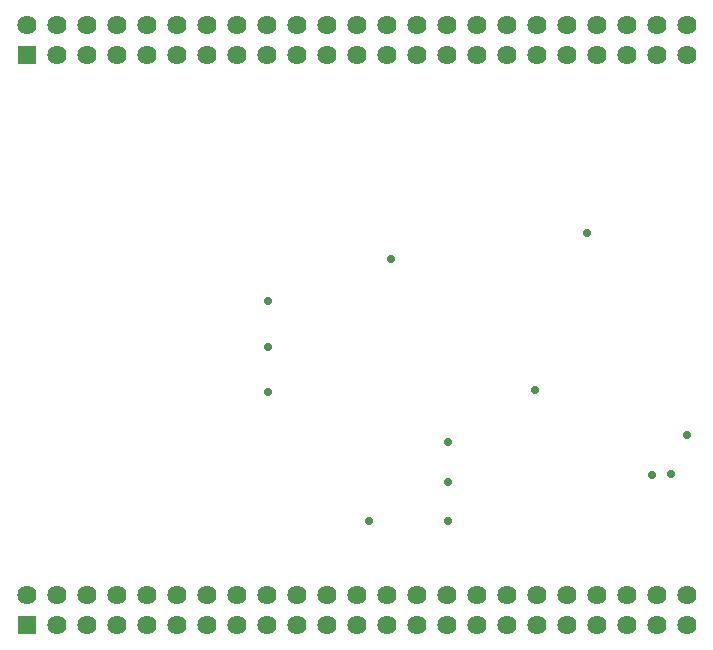
<source format=gbs>
G04 Layer_Color=16711935*
%FSLAX25Y25*%
%MOIN*%
G70*
G01*
G75*
%ADD34R,0.06400X0.06400*%
%ADD35C,0.06400*%
%ADD36C,0.02800*%
D34*
X79383Y199381D02*
D03*
Y9381D02*
D03*
D35*
Y209381D02*
D03*
X159383Y199381D02*
D03*
X149383Y209381D02*
D03*
Y199381D02*
D03*
X129383D02*
D03*
X139383Y209381D02*
D03*
X129383D02*
D03*
X169383Y199381D02*
D03*
X139383D02*
D03*
X159383Y209381D02*
D03*
X199383D02*
D03*
X119383Y199381D02*
D03*
X109383D02*
D03*
Y209381D02*
D03*
X119383D02*
D03*
X209383D02*
D03*
Y199381D02*
D03*
X219383D02*
D03*
Y209381D02*
D03*
X299383Y199381D02*
D03*
X289383Y209381D02*
D03*
X279383Y199381D02*
D03*
Y209381D02*
D03*
X269383Y199381D02*
D03*
Y209381D02*
D03*
X259383D02*
D03*
X249383D02*
D03*
X239383D02*
D03*
X249383Y199381D02*
D03*
X239383D02*
D03*
X229383D02*
D03*
Y209381D02*
D03*
X99383Y199381D02*
D03*
Y209381D02*
D03*
X169383D02*
D03*
X199383Y199381D02*
D03*
X189383Y209381D02*
D03*
X259383Y199381D02*
D03*
X299383Y209381D02*
D03*
X289383Y199381D02*
D03*
X179383D02*
D03*
X189383D02*
D03*
X179383Y209381D02*
D03*
X89383Y199381D02*
D03*
Y209381D02*
D03*
X79383Y19381D02*
D03*
X159383Y9381D02*
D03*
X149383Y19381D02*
D03*
Y9381D02*
D03*
X129383D02*
D03*
X139383Y19381D02*
D03*
X129383D02*
D03*
X169383Y9381D02*
D03*
X139383D02*
D03*
X159383Y19381D02*
D03*
X199383D02*
D03*
X119383Y9381D02*
D03*
X109383D02*
D03*
Y19381D02*
D03*
X119383D02*
D03*
X209383D02*
D03*
Y9381D02*
D03*
X219383D02*
D03*
Y19381D02*
D03*
X299383Y9381D02*
D03*
X289383Y19381D02*
D03*
X279383Y9381D02*
D03*
Y19381D02*
D03*
X269383Y9381D02*
D03*
Y19381D02*
D03*
X259383D02*
D03*
X249383D02*
D03*
X239383D02*
D03*
X249383Y9381D02*
D03*
X239383D02*
D03*
X229383D02*
D03*
Y19381D02*
D03*
X99383Y9381D02*
D03*
Y19381D02*
D03*
X169383D02*
D03*
X199383Y9381D02*
D03*
X189383Y19381D02*
D03*
X259383Y9381D02*
D03*
X299383Y19381D02*
D03*
X289383Y9381D02*
D03*
X179383D02*
D03*
X189383D02*
D03*
X179383Y19381D02*
D03*
X89383Y9381D02*
D03*
Y19381D02*
D03*
D36*
X201000Y131500D02*
D03*
X220000Y44000D02*
D03*
Y57000D02*
D03*
Y70500D02*
D03*
X193500Y44000D02*
D03*
X294144Y59650D02*
D03*
X248850Y87618D02*
D03*
X287850Y59500D02*
D03*
X299413Y72530D02*
D03*
X266342Y140000D02*
D03*
X160000Y87000D02*
D03*
Y102000D02*
D03*
Y117500D02*
D03*
M02*

</source>
